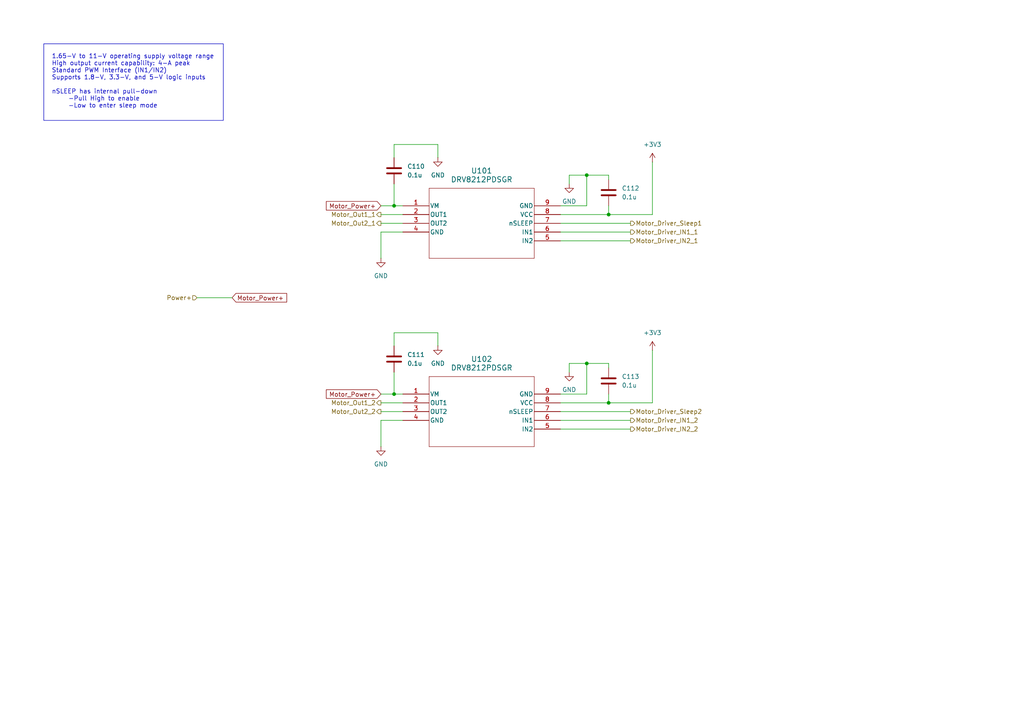
<source format=kicad_sch>
(kicad_sch (version 20231120) (generator "eeschema") (generator_version "8.0")
  (paper "A4")
  (lib_symbols
    (symbol "DRV8212PDSGR:DRV8212PDSGR" (pin_names (offset 0.254))
      (property "Reference" "U" (at 22.86 10.16 0))
      (property "Value" "DRV8212PDSGR" (at 22.86 7.62 0))
      (symbol "DRV8212PDSGR_0_1"
        (polyline (pts (xy 7.62 -15.24) (xy 38.1 -15.24)) (stroke (width 0.127)))
        (polyline (pts (xy 7.62 5.08) (xy 7.62 -15.24)) (stroke (width 0.127)))
        (polyline (pts (xy 38.1 -15.24) (xy 38.1 5.08)) (stroke (width 0.127)))
        (polyline (pts (xy 38.1 5.08) (xy 7.62 5.08)) (stroke (width 0.127)))
        (pin power_in line (at 0 0 0) (length 7.62) (name "VM") (number "1"))
        (pin output line (at 0 -2.54 0) (length 7.62) (name "OUT1") (number "2"))
        (pin output line (at 0 -5.08 0) (length 7.62) (name "OUT2") (number "3"))
        (pin power_out line (at 0 -7.62 0) (length 7.62) (name "GND") (number "4"))
        (pin input line (at 45.72 -10.16 180) (length 7.62) (name "IN2") (number "5"))
        (pin input line (at 45.72 -7.62 180) (length 7.62) (name "IN1") (number "6"))
        (pin input line (at 45.72 -5.08 180) (length 7.62) (name "nSLEEP") (number "7"))
        (pin power_in line (at 45.72 -2.54 180) (length 7.62) (name "VCC") (number "8"))
        (pin power_out line (at 45.72 0 180) (length 7.62) (name "GND") (number "9"))
      )
    )
    (symbol "Device:C" (pin_numbers hide) (pin_names (offset 0.254))
      (property "Reference" "C" (at 0.635 2.54 0))
      (property "Value" "C" (at 0.635 -2.54 0))
      (symbol "C_0_1"
        (polyline (pts (xy -2.032 -0.762) (xy 2.032 -0.762)) (stroke (width 0.508)))
        (polyline (pts (xy -2.032 0.762) (xy 2.032 0.762)) (stroke (width 0.508)))
      )
      (symbol "C_1_1"
        (pin passive line (at 0 3.81 270) (length 2.794) (name "~") (number "1"))
        (pin passive line (at 0 -3.81 90) (length 2.794) (name "~") (number "2"))
      )
    )
    (symbol "power:+3V3" (power) (pin_numbers hide) (pin_names (offset 0) hide)
      (property "Value" "+3V3" (at 0 3.556 0))
      (symbol "+3V3_0_1"
        (polyline (pts (xy -0.762 1.27) (xy 0 2.54)))
        (polyline (pts (xy 0 0) (xy 0 2.54)))
        (polyline (pts (xy 0 2.54) (xy 0.762 1.27)))
      )
      (symbol "+3V3_1_1"
        (pin power_in line (at 0 0 90) (length 0) (name "~") (number "1"))
      )
    )
    (symbol "power:GND" (power) (pin_numbers hide) (pin_names (offset 0) hide)
      (property "Value" "GND" (at 0 -3.81 0))
      (symbol "GND_0_1"
        (polyline (pts (xy 0 0) (xy 0 -1.27) (xy 1.27 -1.27) (xy 0 -2.54) (xy -1.27 -1.27) (xy 0 -1.27)))
      )
      (symbol "GND_1_1"
        (pin power_in line (at 0 0 270) (length 0) (name "~") (number "1"))
      )
    )
  )
  (junction (at 114.3 114.3))
  (junction (at 176.53 116.84))
  (junction (at 170.18 50.8))
  (junction (at 170.18 105.41))
  (junction (at 114.3 59.69))
  (junction (at 176.53 62.23))
  (wire (pts (xy 114.3 41.91) (xy 114.3 45.72)))
  (wire (pts (xy 176.53 59.69) (xy 176.53 62.23)))
  (wire (pts (xy 127 100.33) (xy 127 96.52)))
  (wire (pts (xy 176.53 106.68) (xy 176.53 105.41)))
  (wire (pts (xy 110.49 129.54) (xy 110.49 121.92)))
  (wire (pts (xy 127 41.91) (xy 114.3 41.91)))
  (wire (pts (xy 162.56 114.3) (xy 170.18 114.3)))
  (wire (pts (xy 110.49 121.92) (xy 116.84 121.92)))
  (wire (pts (xy 189.23 46.99) (xy 189.23 62.23)))
  (wire (pts (xy 110.49 116.84) (xy 116.84 116.84)))
  (wire (pts (xy 110.49 59.69) (xy 114.3 59.69)))
  (wire (pts (xy 162.56 116.84) (xy 176.53 116.84)))
  (wire (pts (xy 162.56 59.69) (xy 170.18 59.69)))
  (wire (pts (xy 176.53 116.84) (xy 176.53 114.3)))
  (wire (pts (xy 127 96.52) (xy 114.3 96.52)))
  (wire (pts (xy 162.56 69.85) (xy 182.88 69.85)))
  (wire (pts (xy 114.3 114.3) (xy 116.84 114.3)))
  (wire (pts (xy 165.1 53.34) (xy 165.1 50.8)))
  (wire (pts (xy 165.1 105.41) (xy 170.18 105.41)))
  (wire (pts (xy 189.23 101.6) (xy 189.23 116.84)))
  (wire (pts (xy 176.53 52.07) (xy 176.53 50.8)))
  (wire (pts (xy 110.49 114.3) (xy 114.3 114.3)))
  (wire (pts (xy 162.56 121.92) (xy 182.88 121.92)))
  (wire (pts (xy 162.56 119.38) (xy 182.88 119.38)))
  (wire (pts (xy 114.3 59.69) (xy 116.84 59.69)))
  (wire (pts (xy 170.18 59.69) (xy 170.18 50.8)))
  (wire (pts (xy 114.3 96.52) (xy 114.3 100.33)))
  (wire (pts (xy 110.49 74.93) (xy 110.49 67.31)))
  (wire (pts (xy 114.3 107.95) (xy 114.3 114.3)))
  (wire (pts (xy 110.49 62.23) (xy 116.84 62.23)))
  (wire (pts (xy 162.56 67.31) (xy 182.88 67.31)))
  (wire (pts (xy 189.23 116.84) (xy 176.53 116.84)))
  (wire (pts (xy 110.49 119.38) (xy 116.84 119.38)))
  (wire (pts (xy 127 45.72) (xy 127 41.91)))
  (wire (pts (xy 165.1 50.8) (xy 170.18 50.8)))
  (wire (pts (xy 110.49 67.31) (xy 116.84 67.31)))
  (wire (pts (xy 57.15 86.36) (xy 67.31 86.36)))
  (wire (pts (xy 162.56 62.23) (xy 176.53 62.23)))
  (wire (pts (xy 162.56 64.77) (xy 182.88 64.77)))
  (wire (pts (xy 176.53 105.41) (xy 170.18 105.41)))
  (wire (pts (xy 114.3 53.34) (xy 114.3 59.69)))
  (wire (pts (xy 110.49 64.77) (xy 116.84 64.77)))
  (wire (pts (xy 189.23 62.23) (xy 176.53 62.23)))
  (wire (pts (xy 170.18 114.3) (xy 170.18 105.41)))
  (wire (pts (xy 165.1 107.95) (xy 165.1 105.41)))
  (wire (pts (xy 176.53 50.8) (xy 170.18 50.8)))
  (wire (pts (xy 162.56 124.46) (xy 182.88 124.46)))
  (rectangle (start 12.7 12.7) (end 64.77 34.925))
  (text "1.65-V to 11-V operating supply voltage range\nHigh output current capability: 4-A peak\nStandard PWM Interface (IN1/IN2)\nSupports 1.8-V, 3.3-V, and 5-V logic inputs\n\nnSLEEP has internal pull-down\n	-Pull High to enable\n	-Low to enter sleep mode" (at 14.986 23.622 0) (effects (font (size 1.27 1.27)) (justify left)))
  (global_label "Motor_Power+" (shape input) (at 67.31 86.36 0) (property "Intersheetrefs" "${INTERSHEET_REFS}" (effects (hide yes))))
  (global_label "Motor_Power+" (shape input) (at 110.49 59.69 180) (property "Intersheetrefs" "${INTERSHEET_REFS}" (effects (hide yes))))
  (global_label "Motor_Power+" (shape input) (at 110.49 114.3 180) (property "Intersheetrefs" "${INTERSHEET_REFS}" (effects (hide yes))))
  (hierarchical_label "Motor_Driver_Sleep1" (shape output) (at 182.88 64.77 0))
  (hierarchical_label "Motor_Driver_Sleep2" (shape output) (at 182.88 119.38 0))
  (hierarchical_label "Motor_Out2_2" (shape output) (at 110.49 119.38 180))
  (hierarchical_label "Power+" (shape input) (at 57.15 86.36 180))
  (hierarchical_label "Motor_Driver_IN1_2" (shape output) (at 182.88 121.92 0))
  (hierarchical_label "Motor_Out1_1" (shape output) (at 110.49 62.23 180))
  (hierarchical_label "Motor_Driver_IN2_1" (shape output) (at 182.88 69.85 0))
  (hierarchical_label "Motor_Driver_IN2_2" (shape output) (at 182.88 124.46 0))
  (hierarchical_label "Motor_Driver_IN1_1" (shape output) (at 182.88 67.31 0))
  (hierarchical_label "Motor_Out1_2" (shape output) (at 110.49 116.84 180))
  (hierarchical_label "Motor_Out2_1" (shape output) (at 110.49 64.77 180))
  (symbol (lib_id "power:GND") (at 165.1 53.34 0) (unit 1)
    (property "Reference" "#PWR0118" (effects (hide yes)))
    (property "Value" "GND" (at 165.1 58.42 0))
    (property "Description" "Power symbol creates a global label with name \"GND\" , ground" (effects (hide yes)))
  )
  (symbol (lib_id "Device:C") (at 114.3 49.53 0) (unit 1)
    (property "Reference" "C110" (at 118.11 48.2599 0) (effects (justify left)))
    (property "Value" "0.1u" (at 118.11 50.7999 0) (effects (justify left)))
    (property "Footprint" "Capacitor_SMD:C_0805_2012Metric_Pad1.18x1.45mm_HandSolder" (effects (hide yes)))
    (property "Description" "CAP CER 0.1UF 100V X7R 0805" (effects (hide yes)))
    (property "Digikey" "https://www.digikey.com/en/products/detail/murata-electronics/GCM21BR72A104KA37L/1641663" (effects (hide yes)))
  )
  (symbol (lib_id "power:+3V3") (at 189.23 101.6 0) (unit 1)
    (property "Reference" "#PWR0121" (effects (hide yes)))
    (property "Value" "+3V3" (at 189.23 96.52 0))
    (property "Description" "Power symbol creates a global label with name \"+3V3\"" (effects (hide yes)))
  )
  (symbol (lib_id "power:GND") (at 165.1 107.95 0) (unit 1)
    (property "Reference" "#PWR0119" (effects (hide yes)))
    (property "Value" "GND" (at 165.1 113.03 0))
    (property "Description" "Power symbol creates a global label with name \"GND\" , ground" (effects (hide yes)))
  )
  (symbol (lib_id "DRV8212PDSGR:DRV8212PDSGR") (at 116.84 114.3 0) (unit 1)
    (property "Reference" "U102" (at 139.7 104.14 0) (effects (font (size 1.524 1.524))))
    (property "Value" "DRV8212PDSGR" (at 139.7 106.68 0) (effects (font (size 1.524 1.524))))
    (property "Footprint" "WSON8_DSG_TEX" (effects (hide yes)))
    (property "Datasheet" "DRV8212PDSGR" (effects (hide yes)))
    (property "Digikey" "https://www.digikey.com/en/products/detail/texas-instruments/DRV8212PDSGR/14634150" (effects (hide yes)))
  )
  (symbol (lib_id "Device:C") (at 176.53 110.49 0) (unit 1)
    (property "Reference" "C113" (at 180.34 109.2199 0) (effects (justify left)))
    (property "Value" "0.1u" (at 180.34 111.7599 0) (effects (justify left)))
    (property "Footprint" "Capacitor_SMD:C_0805_2012Metric_Pad1.18x1.45mm_HandSolder" (effects (hide yes)))
    (property "Description" "CAP CER 0.1UF 100V X7R 0805" (effects (hide yes)))
    (property "Digikey" "https://www.digikey.com/en/products/detail/murata-electronics/GCM21BR72A104KA37L/1641663" (effects (hide yes)))
  )
  (symbol (lib_id "Device:C") (at 114.3 104.14 0) (unit 1)
    (property "Reference" "C111" (at 118.11 102.8699 0) (effects (justify left)))
    (property "Value" "0.1u" (at 118.11 105.4099 0) (effects (justify left)))
    (property "Footprint" "Capacitor_SMD:C_0805_2012Metric_Pad1.18x1.45mm_HandSolder" (effects (hide yes)))
    (property "Description" "CAP CER 0.1UF 100V X7R 0805" (effects (hide yes)))
    (property "Digikey" "https://www.digikey.com/en/products/detail/murata-electronics/GCM21BR72A104KA37L/1641663" (effects (hide yes)))
  )
  (symbol (lib_id "power:+3V3") (at 189.23 46.99 0) (unit 1)
    (property "Reference" "#PWR0120" (effects (hide yes)))
    (property "Value" "+3V3" (at 189.23 41.91 0))
    (property "Description" "Power symbol creates a global label with name \"+3V3\"" (effects (hide yes)))
  )
  (symbol (lib_id "power:GND") (at 110.49 129.54 0) (unit 1)
    (property "Reference" "#PWR0115" (effects (hide yes)))
    (property "Value" "GND" (at 110.49 134.62 0))
    (property "Description" "Power symbol creates a global label with name \"GND\" , ground" (effects (hide yes)))
  )
  (symbol (lib_id "Device:C") (at 176.53 55.88 0) (unit 1)
    (property "Reference" "C112" (at 180.34 54.6099 0) (effects (justify left)))
    (property "Value" "0.1u" (at 180.34 57.1499 0) (effects (justify left)))
    (property "Footprint" "Capacitor_SMD:C_0805_2012Metric_Pad1.18x1.45mm_HandSolder" (effects (hide yes)))
    (property "Description" "CAP CER 0.1UF 100V X7R 0805" (effects (hide yes)))
    (property "Digikey" "https://www.digikey.com/en/products/detail/murata-electronics/GCM21BR72A104KA37L/1641663" (effects (hide yes)))
  )
  (symbol (lib_id "DRV8212PDSGR:DRV8212PDSGR") (at 116.84 59.69 0) (unit 1)
    (property "Reference" "U101" (at 139.7 49.53 0) (effects (font (size 1.524 1.524))))
    (property "Value" "DRV8212PDSGR" (at 139.7 52.07 0) (effects (font (size 1.524 1.524))))
    (property "Footprint" "WSON8_DSG_TEX" (effects (hide yes)))
    (property "Datasheet" "DRV8212PDSGR" (effects (hide yes)))
    (property "Digikey" "https://www.digikey.com/en/products/detail/texas-instruments/DRV8212PDSGR/14634150" (effects (hide yes)))
  )
  (symbol (lib_id "power:GND") (at 110.49 74.93 0) (unit 1)
    (property "Reference" "#PWR0114" (effects (hide yes)))
    (property "Value" "GND" (at 110.49 80.01 0))
    (property "Description" "Power symbol creates a global label with name \"GND\" , ground" (effects (hide yes)))
  )
  (symbol (lib_id "power:GND") (at 127 100.33 0) (unit 1)
    (property "Reference" "#PWR0117" (effects (hide yes)))
    (property "Value" "GND" (at 127 105.41 0))
    (property "Description" "Power symbol creates a global label with name \"GND\" , ground" (effects (hide yes)))
  )
  (symbol (lib_id "power:GND") (at 127 45.72 0) (unit 1)
    (property "Reference" "#PWR0116" (effects (hide yes)))
    (property "Value" "GND" (at 127 50.8 0))
    (property "Description" "Power symbol creates a global label with name \"GND\" , ground" (effects (hide yes)))
  )
)
</source>
